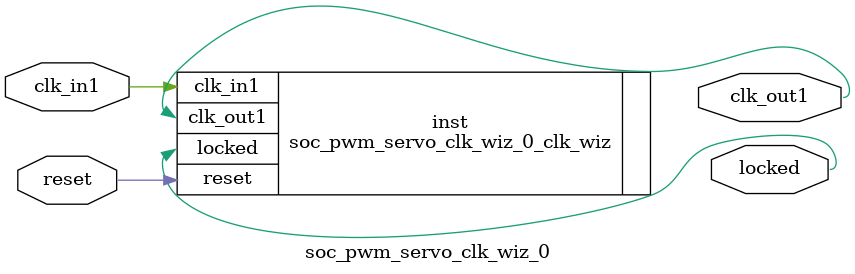
<source format=v>


`timescale 1ps/1ps

(* CORE_GENERATION_INFO = "soc_pwm_servo_clk_wiz_0,clk_wiz_v6_0_15_0_0,{component_name=soc_pwm_servo_clk_wiz_0,use_phase_alignment=true,use_min_o_jitter=false,use_max_i_jitter=false,use_dyn_phase_shift=false,use_inclk_switchover=false,use_dyn_reconfig=false,enable_axi=0,feedback_source=FDBK_AUTO,PRIMITIVE=MMCM,num_out_clk=1,clkin1_period=10.000,clkin2_period=10.000,use_power_down=false,use_reset=true,use_locked=true,use_inclk_stopped=false,feedback_type=SINGLE,CLOCK_MGR_TYPE=NA,manual_override=false}" *)

module soc_pwm_servo_clk_wiz_0 
 (
  // Clock out ports
  output        clk_out1,
  // Status and control signals
  input         reset,
  output        locked,
 // Clock in ports
  input         clk_in1
 );

  soc_pwm_servo_clk_wiz_0_clk_wiz inst
  (
  // Clock out ports  
  .clk_out1(clk_out1),
  // Status and control signals               
  .reset(reset), 
  .locked(locked),
 // Clock in ports
  .clk_in1(clk_in1)
  );

endmodule

</source>
